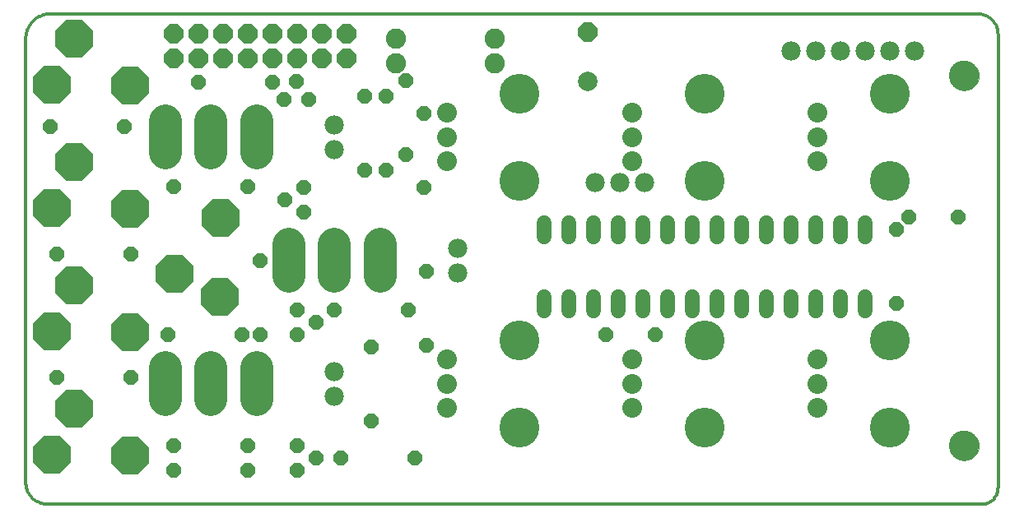
<source format=gts>
G75*
G70*
%OFA0B0*%
%FSLAX24Y24*%
%IPPOS*%
%LPD*%
%AMOC8*
5,1,8,0,0,1.08239X$1,22.5*
%
%ADD10C,0.0120*%
%ADD11C,0.0000*%
%ADD12C,0.1221*%
%ADD13C,0.0600*%
%ADD14C,0.0780*%
%ADD15OC8,0.0600*%
%ADD16C,0.0820*%
%ADD17OC8,0.1521*%
%ADD18C,0.0800*%
%ADD19C,0.1615*%
%ADD20OC8,0.0780*%
%ADD21C,0.1340*%
%ADD22C,0.0790*%
%ADD23OC8,0.0790*%
D10*
X002055Y000305D02*
X039905Y000305D01*
X039954Y000308D01*
X040003Y000315D01*
X040051Y000325D01*
X040099Y000339D01*
X040145Y000356D01*
X040190Y000377D01*
X040233Y000401D01*
X040274Y000428D01*
X040313Y000458D01*
X040350Y000492D01*
X040384Y000527D01*
X040415Y000565D01*
X040444Y000606D01*
X040469Y000648D01*
X040491Y000692D01*
X040510Y000738D01*
X040525Y000785D01*
X040537Y000833D01*
X040545Y000881D01*
X040549Y000931D01*
X040550Y000980D01*
X040550Y019355D01*
X040549Y019410D01*
X040544Y019465D01*
X040536Y019520D01*
X040524Y019574D01*
X040508Y019627D01*
X040489Y019679D01*
X040466Y019729D01*
X040440Y019778D01*
X040410Y019825D01*
X040378Y019869D01*
X040342Y019912D01*
X040304Y019952D01*
X040263Y019989D01*
X040219Y020023D01*
X040174Y020054D01*
X040126Y020082D01*
X040076Y020107D01*
X040025Y020128D01*
X039973Y020146D01*
X039919Y020160D01*
X039865Y020170D01*
X039810Y020177D01*
X039755Y020180D01*
X002180Y020180D01*
X002120Y020178D01*
X002059Y020173D01*
X002000Y020164D01*
X001941Y020151D01*
X001882Y020135D01*
X001825Y020115D01*
X001770Y020092D01*
X001715Y020065D01*
X001663Y020036D01*
X001612Y020003D01*
X001563Y019967D01*
X001517Y019929D01*
X001473Y019887D01*
X001431Y019843D01*
X001393Y019797D01*
X001357Y019748D01*
X001324Y019697D01*
X001295Y019645D01*
X001268Y019590D01*
X001245Y019535D01*
X001225Y019478D01*
X001209Y019419D01*
X001196Y019360D01*
X001187Y019301D01*
X001182Y019240D01*
X001180Y019180D01*
X001180Y001180D01*
X001182Y001123D01*
X001187Y001066D01*
X001197Y001009D01*
X001210Y000954D01*
X001226Y000899D01*
X001247Y000845D01*
X001270Y000793D01*
X001297Y000743D01*
X001327Y000694D01*
X001361Y000647D01*
X001397Y000603D01*
X001436Y000561D01*
X001478Y000522D01*
X001522Y000486D01*
X001569Y000452D01*
X001617Y000422D01*
X001668Y000395D01*
X001720Y000372D01*
X001774Y000351D01*
X001829Y000335D01*
X001884Y000322D01*
X001941Y000312D01*
X001998Y000307D01*
X002055Y000305D01*
D11*
X038589Y002680D02*
X038591Y002728D01*
X038597Y002776D01*
X038607Y002823D01*
X038620Y002869D01*
X038638Y002914D01*
X038658Y002958D01*
X038683Y003000D01*
X038711Y003039D01*
X038741Y003076D01*
X038775Y003110D01*
X038812Y003142D01*
X038850Y003171D01*
X038891Y003196D01*
X038934Y003218D01*
X038979Y003236D01*
X039025Y003250D01*
X039072Y003261D01*
X039120Y003268D01*
X039168Y003271D01*
X039216Y003270D01*
X039264Y003265D01*
X039312Y003256D01*
X039358Y003244D01*
X039403Y003227D01*
X039447Y003207D01*
X039489Y003184D01*
X039529Y003157D01*
X039567Y003127D01*
X039602Y003094D01*
X039634Y003058D01*
X039664Y003020D01*
X039690Y002979D01*
X039712Y002936D01*
X039732Y002892D01*
X039747Y002847D01*
X039759Y002800D01*
X039767Y002752D01*
X039771Y002704D01*
X039771Y002656D01*
X039767Y002608D01*
X039759Y002560D01*
X039747Y002513D01*
X039732Y002468D01*
X039712Y002424D01*
X039690Y002381D01*
X039664Y002340D01*
X039634Y002302D01*
X039602Y002266D01*
X039567Y002233D01*
X039529Y002203D01*
X039489Y002176D01*
X039447Y002153D01*
X039403Y002133D01*
X039358Y002116D01*
X039312Y002104D01*
X039264Y002095D01*
X039216Y002090D01*
X039168Y002089D01*
X039120Y002092D01*
X039072Y002099D01*
X039025Y002110D01*
X038979Y002124D01*
X038934Y002142D01*
X038891Y002164D01*
X038850Y002189D01*
X038812Y002218D01*
X038775Y002250D01*
X038741Y002284D01*
X038711Y002321D01*
X038683Y002360D01*
X038658Y002402D01*
X038638Y002446D01*
X038620Y002491D01*
X038607Y002537D01*
X038597Y002584D01*
X038591Y002632D01*
X038589Y002680D01*
X038589Y017680D02*
X038591Y017728D01*
X038597Y017776D01*
X038607Y017823D01*
X038620Y017869D01*
X038638Y017914D01*
X038658Y017958D01*
X038683Y018000D01*
X038711Y018039D01*
X038741Y018076D01*
X038775Y018110D01*
X038812Y018142D01*
X038850Y018171D01*
X038891Y018196D01*
X038934Y018218D01*
X038979Y018236D01*
X039025Y018250D01*
X039072Y018261D01*
X039120Y018268D01*
X039168Y018271D01*
X039216Y018270D01*
X039264Y018265D01*
X039312Y018256D01*
X039358Y018244D01*
X039403Y018227D01*
X039447Y018207D01*
X039489Y018184D01*
X039529Y018157D01*
X039567Y018127D01*
X039602Y018094D01*
X039634Y018058D01*
X039664Y018020D01*
X039690Y017979D01*
X039712Y017936D01*
X039732Y017892D01*
X039747Y017847D01*
X039759Y017800D01*
X039767Y017752D01*
X039771Y017704D01*
X039771Y017656D01*
X039767Y017608D01*
X039759Y017560D01*
X039747Y017513D01*
X039732Y017468D01*
X039712Y017424D01*
X039690Y017381D01*
X039664Y017340D01*
X039634Y017302D01*
X039602Y017266D01*
X039567Y017233D01*
X039529Y017203D01*
X039489Y017176D01*
X039447Y017153D01*
X039403Y017133D01*
X039358Y017116D01*
X039312Y017104D01*
X039264Y017095D01*
X039216Y017090D01*
X039168Y017089D01*
X039120Y017092D01*
X039072Y017099D01*
X039025Y017110D01*
X038979Y017124D01*
X038934Y017142D01*
X038891Y017164D01*
X038850Y017189D01*
X038812Y017218D01*
X038775Y017250D01*
X038741Y017284D01*
X038711Y017321D01*
X038683Y017360D01*
X038658Y017402D01*
X038638Y017446D01*
X038620Y017491D01*
X038607Y017537D01*
X038597Y017584D01*
X038591Y017632D01*
X038589Y017680D01*
D12*
X039180Y017680D03*
X039180Y002680D03*
D13*
X035180Y008150D02*
X035180Y008710D01*
X034180Y008710D02*
X034180Y008150D01*
X033180Y008150D02*
X033180Y008710D01*
X032180Y008710D02*
X032180Y008150D01*
X031180Y008150D02*
X031180Y008710D01*
X030180Y008710D02*
X030180Y008150D01*
X029180Y008150D02*
X029180Y008710D01*
X028180Y008710D02*
X028180Y008150D01*
X027180Y008150D02*
X027180Y008710D01*
X026180Y008710D02*
X026180Y008150D01*
X025180Y008150D02*
X025180Y008710D01*
X024180Y008710D02*
X024180Y008150D01*
X023180Y008150D02*
X023180Y008710D01*
X022180Y008710D02*
X022180Y008150D01*
X022180Y011150D02*
X022180Y011710D01*
X023180Y011710D02*
X023180Y011150D01*
X024180Y011150D02*
X024180Y011710D01*
X025180Y011710D02*
X025180Y011150D01*
X026180Y011150D02*
X026180Y011710D01*
X027180Y011710D02*
X027180Y011150D01*
X028180Y011150D02*
X028180Y011710D01*
X029180Y011710D02*
X029180Y011150D01*
X030180Y011150D02*
X030180Y011710D01*
X031180Y011710D02*
X031180Y011150D01*
X032180Y011150D02*
X032180Y011710D01*
X033180Y011710D02*
X033180Y011150D01*
X034180Y011150D02*
X034180Y011710D01*
X035180Y011710D02*
X035180Y011150D01*
D14*
X026230Y013330D03*
X025230Y013330D03*
X024230Y013330D03*
X018680Y010680D03*
X018680Y009680D03*
X013680Y005680D03*
X013680Y004680D03*
X013680Y014680D03*
X013680Y015680D03*
X032180Y018680D03*
X033180Y018680D03*
X034180Y018680D03*
X035180Y018680D03*
X036180Y018680D03*
X037180Y018680D03*
D15*
X036930Y011930D03*
X036430Y011430D03*
X038930Y011930D03*
X036430Y008430D03*
X026655Y007180D03*
X024655Y007180D03*
X017405Y006755D03*
X015180Y006680D03*
X012930Y007680D03*
X012180Y007180D03*
X010680Y007180D03*
X009930Y007180D03*
X012180Y008180D03*
X013680Y008180D03*
X016680Y008180D03*
X017405Y009755D03*
X012430Y012130D03*
X011680Y012630D03*
X012430Y013130D03*
X010180Y013180D03*
X007180Y013180D03*
X005180Y015605D03*
X002180Y015605D03*
X008180Y017405D03*
X011180Y017405D03*
X012130Y017455D03*
X011630Y016705D03*
X012630Y016705D03*
X014905Y016830D03*
X015755Y016830D03*
X016555Y017480D03*
X017305Y016155D03*
X016555Y014480D03*
X015755Y013830D03*
X014905Y013830D03*
X017305Y013155D03*
X010680Y010180D03*
X005430Y010430D03*
X002430Y010430D03*
X006930Y007180D03*
X005430Y005430D03*
X002430Y005430D03*
X007180Y002680D03*
X007180Y001680D03*
X010180Y001680D03*
X012180Y001680D03*
X012930Y002180D03*
X013930Y002180D03*
X012180Y002680D03*
X010180Y002680D03*
X015180Y003680D03*
X016930Y002180D03*
D16*
X016180Y018180D03*
X016180Y019180D03*
X020180Y019180D03*
X020180Y018180D03*
D17*
X009074Y011912D03*
X005412Y012286D03*
X002223Y012326D03*
X003129Y014176D03*
X005412Y017286D03*
X002223Y017326D03*
X003129Y019176D03*
X007184Y009629D03*
X009034Y008723D03*
X005412Y007286D03*
X002223Y007326D03*
X003129Y009176D03*
X003129Y004176D03*
X002223Y002326D03*
X005412Y002286D03*
D18*
X018227Y004196D03*
X018227Y005180D03*
X018227Y006164D03*
X025727Y006164D03*
X025727Y005180D03*
X025727Y004196D03*
X033227Y004196D03*
X033227Y005180D03*
X033227Y006164D03*
X033227Y014196D03*
X033227Y015180D03*
X033227Y016164D03*
X025727Y016164D03*
X025727Y015180D03*
X025727Y014196D03*
X018227Y014196D03*
X018227Y015180D03*
X018227Y016164D03*
D19*
X021180Y016952D03*
X028680Y016952D03*
X028680Y013408D03*
X021180Y013408D03*
X021180Y006952D03*
X028680Y006952D03*
X028680Y003408D03*
X021180Y003408D03*
X036180Y003408D03*
X036180Y006952D03*
X036180Y013408D03*
X036180Y016952D03*
D20*
X014155Y018380D03*
X013155Y018380D03*
X012155Y018380D03*
X011155Y018380D03*
X010155Y018380D03*
X009155Y018380D03*
X008155Y018380D03*
X007155Y018380D03*
X007155Y019380D03*
X008155Y019380D03*
X009155Y019380D03*
X010155Y019380D03*
X011155Y019380D03*
X012155Y019380D03*
X013155Y019380D03*
X014155Y019380D03*
D21*
X010530Y015830D02*
X010530Y014530D01*
X008680Y014530D02*
X008680Y015830D01*
X006830Y015830D02*
X006830Y014530D01*
X011830Y010830D02*
X011830Y009530D01*
X013680Y009530D02*
X013680Y010830D01*
X015530Y010830D02*
X015530Y009530D01*
X010530Y005830D02*
X010530Y004530D01*
X008680Y004530D02*
X008680Y005830D01*
X006830Y005830D02*
X006830Y004530D01*
D22*
X023930Y017430D03*
D23*
X023930Y019430D03*
M02*

</source>
